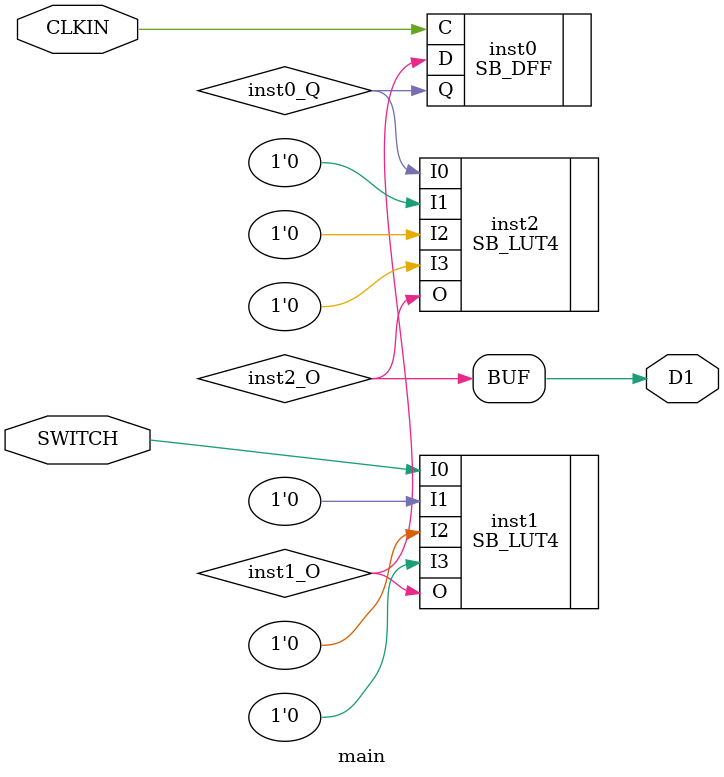
<source format=v>
module main (input  SWITCH, output  D1, input  CLKIN);
wire  inst0_Q;
wire  inst1_O;
wire  inst2_O;
SB_DFF inst0 (.C(CLKIN), .D(inst1_O), .Q(inst0_Q));
SB_LUT4 #(.LUT_INIT(16'h5555)) inst1 (.I0(SWITCH), .I1(1'b0), .I2(1'b0), .I3(1'b0), .O(inst1_O));
SB_LUT4 #(.LUT_INIT(16'h5555)) inst2 (.I0(inst0_Q), .I1(1'b0), .I2(1'b0), .I3(1'b0), .O(inst2_O));
assign D1 = inst2_O;
endmodule


</source>
